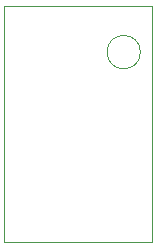
<source format=gbr>
%TF.GenerationSoftware,KiCad,Pcbnew,9.0.6*%
%TF.CreationDate,2026-01-27T22:48:50-03:00*%
%TF.ProjectId,keychainmalu,6b657963-6861-4696-9e6d-616c752e6b69,rev?*%
%TF.SameCoordinates,Original*%
%TF.FileFunction,Profile,NP*%
%FSLAX46Y46*%
G04 Gerber Fmt 4.6, Leading zero omitted, Abs format (unit mm)*
G04 Created by KiCad (PCBNEW 9.0.6) date 2026-01-27 22:48:50*
%MOMM*%
%LPD*%
G01*
G04 APERTURE LIST*
%TA.AperFunction,Profile*%
%ADD10C,0.050000*%
%TD*%
G04 APERTURE END LIST*
D10*
X161371524Y-87430000D02*
G75*
G02*
X158548476Y-87430000I-1411524J0D01*
G01*
X158548476Y-87430000D02*
G75*
G02*
X161371524Y-87430000I1411524J0D01*
G01*
X149830000Y-83550000D02*
X162400000Y-83550000D01*
X162400000Y-103490000D01*
X149830000Y-103490000D01*
X149830000Y-83550000D01*
M02*

</source>
